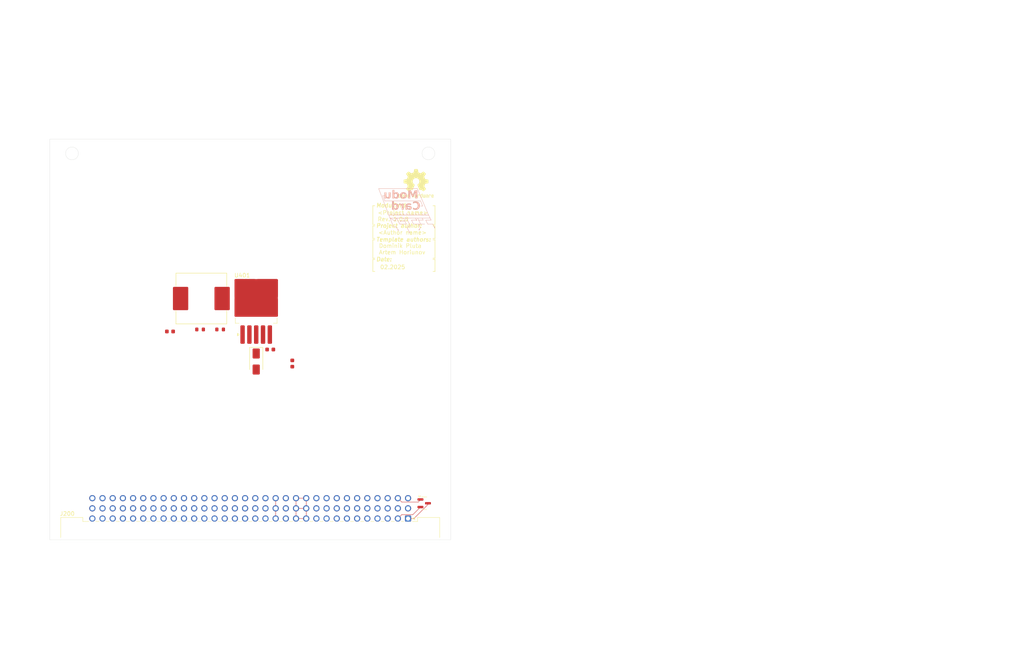
<source format=kicad_pcb>
(kicad_pcb (version 20240108) (generator "pcbnew") (generator_version "8.0")
  (title_block (title "ModuCard base module") (date "2025-02-18") (rev "1.0.0") (company "KoNaR") (comment 1 "Base project author: Dominik Pluta") (comment 2 "Project author: <author>"))
  (layers (0 "F.Cu" signal) (31 "B.Cu" signal) (34 "B.Paste" user) (35 "F.Paste" user) (36 "B.SilkS" user "B.Silkscreen") (37 "F.SilkS" user "F.Silkscreen") (38 "B.Mask" user) (39 "F.Mask" user) (44 "Edge.Cuts" user))
  (property "SHEETTOTAL" "5")
  (net 0 "")
  (net 1 "GND")
  (net 2 "/Backplane/GPIOC0")
  (net 3 "/Backplane/BACKPLANE.D+")
  (net 4 "/Backplane/BACKPLANE.D-")
  (net 5 "+12V")
  (net 6 "/Backplane/GPIOL5")
  (net 7 "/Backplane/CAN1.+")
  (net 8 "/Backplane/CAN2.-")
  (net 9 "/Backplane/GPIOL3")
  (net 10 "/Backplane/CAN2.+")
  (net 11 "/Backplane/GPIOL6")
  (net 12 "/Backplane/GPIOR8")
  (net 13 "/Backplane/GPIOL2")
  (net 14 "/Backplane/GPIOR0")
  (net 15 "/Backplane/GPIOR3")
  (net 16 "/Backplane/GPIOR15")
  (net 17 "/Backplane/GPIOL10")
  (net 18 "/Backplane/GPIOL12")
  (net 19 "/Backplane/GPIOC9")
  (net 20 "/Backplane/GPIOR5")
  (net 21 "/Backplane/GPIOR2")
  (net 22 "/Backplane/CAN1.-")
  (net 23 "/Backplane/GPIOL9")
  (net 24 "/Backplane/GPIOL0")
  (net 25 "/Backplane/GPIOL14")
  (net 26 "/Backplane/GPIOL11")
  (net 27 "/Backplane/GPIOC4")
  (net 28 "/Backplane/GPIOL8")
  (net 29 "/Backplane/GPIOC11")
  (net 30 "/Backplane/GPIOR6")
  (net 31 "/Backplane/GPIOR1")
  (net 32 "/Backplane/GPIOR11")
  (net 33 "/Backplane/GPIOL15")
  (net 34 "/Backplane/GPIOR4")
  (net 35 "/Backplane/GPIOL13")
  (net 36 "/Backplane/GPIOC6")
  (net 37 "/Backplane/GPIOC10")
  (net 38 "/Backplane/GPIOL7")
  (net 39 "/Backplane/GPIOR9")
  (net 40 "/Backplane/GPIOC15")
  (net 41 "/Backplane/GPIOR10")
  (net 42 "/Backplane/GPIOC3")
  (net 43 "+24V")
  (net 44 "/Backplane/GPIOC2")
  (net 45 "/Backplane/GPIOR12")
  (net 46 "/Backplane/GPIOL4")
  (net 47 "/Backplane/GPIOC7")
  (net 48 "/Backplane/GPIOC12")
  (net 49 "/Backplane/GPIOC8")
  (net 50 "/Backplane/GPIOC14")
  (net 51 "/Backplane/GPIOC1")
  (net 52 "/Backplane/GPIOC13")
  (net 53 "/Backplane/GPIOL1")
  (net 54 "/Backplane/GPIOR7")
  (net 55 "/Backplane/GPIOC5")
  (net 56 "/Backplane/GPIOR13")
  (net 57 "/Backplane/GPIOR14")
  (net 58 "+5V_STDBY")
  (net 59 "Net-(U401-VC)")
  (net 60 "Net-(U401-VIN)")
  (net 61 "Net-(U401-SW)")
  (net 62 "Feedback")
  (footprint "PCM_JLCPCB:D_SMA" (layer "F.Cu") (at 90.87 106.785001 -90)
    (property "Reference" "D403" (hide yes))
    (property "Value" "SS54")
    (pad "1" smd roundrect (at -2 0 270) (size 2.5 1.8) (layers "F.Cu" "F.Paste" "F.Mask") (roundrect_rratio 0.1388888889) (net 61 "Net-(U401-SW)"))
    (pad "2" smd roundrect (at 2 0 270) (size 2.5 1.8) (layers "F.Cu" "F.Paste" "F.Mask") (roundrect_rratio 0.1388888889) (net 1 "GND"))
  )
  (footprint "PCM_JLCPCB:C_0603" (layer "F.Cu") (at 99.87 107.285001 -90)
    (property "Reference" "C419" (hide yes))
    (property "Value" "10nF")
    (pad "1" smd roundrect (at -0.78 0 270) (size 0.9 0.95) (layers "F.Cu" "F.Paste" "F.Mask") (net 60 "Net-(U401-VIN)"))
    (pad "2" smd roundrect (at 0.78 0 270) (size 0.9 0.95) (layers "F.Cu" "F.Paste" "F.Mask") (net 1 "GND"))
  )
  (footprint "PCM_JLCPCB:C_0603" (layer "F.Cu") (at 69.37 99.285001 180)
    (property "Reference" "C417" (hide yes))
    (property "Value" "10nF")
    (pad "1" smd roundrect (at -0.78 0 180) (size 0.9 0.95) (layers "F.Cu" "F.Paste" "F.Mask") (net 58 "+5V_STDBY"))
    (pad "2" smd roundrect (at 0.78 0 180) (size 0.9 0.95) (layers "F.Cu" "F.Paste" "F.Mask") (net 1 "GND"))
  )
  (footprint "Package_TO_SOT_SMD:SOT-23" (layer "F.Cu") (at 132.77 142.162501)
    (property "Reference" "U200" (hide yes))
    (property "Value" "PESD5V0S2BT")
    (pad "1" smd roundrect (at -0.9375 -0.95) (size 1.475 0.6) (layers "F.Cu" "F.Paste" "F.Mask") (net 4 "/Backplane/BACKPLANE.D-"))
    (pad "2" smd roundrect (at -0.9375 0.95) (size 1.475 0.6) (layers "F.Cu" "F.Paste" "F.Mask") (net 3 "/Backplane/BACKPLANE.D+"))
    (pad "3" smd roundrect (at 0.9375 0) (size 1.475 0.6) (layers "F.Cu" "F.Paste" "F.Mask") (net 1 "GND"))
  )
  (footprint "Package_TO_SOT_SMD:TO-263-5_TabPin3" (layer "F.Cu") (at 90.87 92.410001 90)
    (property "Reference" "U401" (at 7.125 -3.5 0) (layer "F.SilkS"))
    (property "Value" "XL4015")
    (pad "1" smd roundrect (at -7.65 -3.4 90) (size 4.6 1.1) (layers "F.Cu" "F.Paste" "F.Mask") (roundrect_rratio 0.227273) (net 1 "GND"))
    (pad "2" smd roundrect (at -7.65 -1.7 90) (size 4.6 1.1) (layers "F.Cu" "F.Paste" "F.Mask") (roundrect_rratio 0.227273) (net 62 "Feedback"))
    (pad "3" smd roundrect (at -7.65 0 90) (size 4.6 1.1) (layers "F.Cu" "F.Paste" "F.Mask") (roundrect_rratio 0.227273) (net 61 "Net-(U401-SW)"))
    (pad "3" smd roundrect (at -0.925 -2.775 90) (size 4.55 5.25) (layers "F.Cu" "F.Paste") (roundrect_rratio 0.054945) (net 61 "Net-(U401-SW)"))
    (pad "3" smd roundrect (at -0.925 2.775 90) (size 4.55 5.25) (layers "F.Cu" "F.Paste") (roundrect_rratio 0.054945) (net 61 "Net-(U401-SW)"))
    (pad "3" smd roundrect (at 1.5 0 90) (size 9.4 10.8) (layers "F.Cu" "F.Mask") (roundrect_rratio 0.026596) (net 61 "Net-(U401-SW)"))
    (pad "3" smd roundrect (at 3.925 -2.775 90) (size 4.55 5.25) (layers "F.Cu" "F.Paste") (roundrect_rratio 0.054945) (net 61 "Net-(U401-SW)"))
    (pad "3" smd roundrect (at 3.925 2.775 90) (size 4.55 5.25) (layers "F.Cu" "F.Paste") (roundrect_rratio 0.054945) (net 61 "Net-(U401-SW)"))
    (pad "4" smd roundrect (at -7.65 1.7 90) (size 4.6 1.1) (layers "F.Cu" "F.Paste" "F.Mask") (roundrect_rratio 0.227273) (net 59 "Net-(U401-VC)"))
    (pad "5" smd roundrect (at -7.65 3.4 90) (size 4.6 1.1) (layers "F.Cu" "F.Paste" "F.Mask") (roundrect_rratio 0.227273) (net 60 "Net-(U401-VIN)"))
  )
  (footprint "Symbol:OSHW-Logo2_9.8x8mm_SilkScreen" (layer "F.Cu") (at 130.73 62.465001)
    (property "Reference" "REF**" (hide yes))
    (property "Value" "OSHW-Logo2_9.8x8mm_SilkScreen" (hide yes))
  )
  (footprint "PCM_JLCPCB:C_0603" (layer "F.Cu") (at 94.37 103.785001 180)
    (property "Reference" "C418" (hide yes))
    (property "Value" "10nF")
    (pad "1" smd roundrect (at -0.78 0 180) (size 0.9 0.95) (layers "F.Cu" "F.Paste" "F.Mask") (net 60 "Net-(U401-VIN)"))
    (pad "2" smd roundrect (at 0.78 0 180) (size 0.9 0.95) (layers "F.Cu" "F.Paste" "F.Mask") (net 59 "Net-(U401-VC)"))
  )
  (footprint "Connector_DIN:DIN41612_R_3x32_Female_Horizontal_THT" (layer "F.Cu") (at 128.74 145.975 180)
    (property "Reference" "J200" (at 84.99 1.2 0) (layer "F.SilkS"))
    (property "Value" "09031967921")
    (pad "" np_thru_hole circle (at -5.08 -2.54 180) (size 2.85 2.85) (drill 2.85) (layers "*.Cu" "*.Mask"))
    (pad "" np_thru_hole circle (at 83.82 -2.54 180) (size 2.85 2.85) (drill 2.85) (layers "*.Cu" "*.Mask"))
    (pad "a1" thru_hole roundrect (at 0 0 180) (size 1.55 1.55) (drill 1) (layers "*.Cu" "*.Mask") (roundrect_rratio 0.16129) (net 1 "GND"))
    (pad "a2" thru_hole circle (at 2.54 0 180) (size 1.55 1.55) (drill 1) (layers "*.Cu" "*.Mask") (net 3 "/Backplane/BACKPLANE.D+"))
    (pad "a3" thru_hole circle (at 5.08 0 180) (size 1.55 1.55) (drill 1) (layers "*.Cu" "*.Mask") (net 58 "+5V_STDBY"))
    (pad "a4" thru_hole circle (at 7.62 0 180) (size 1.55 1.55) (drill 1) (layers "*.Cu" "*.Mask") (net 1 "GND"))
    (pad "a5" thru_hole circle (at 10.16 0 180) (size 1.55 1.55) (drill 1) (layers "*.Cu" "*.Mask") (net 7 "/Backplane/CAN1.+"))
    (pad "a6" thru_hole circle (at 12.7 0 180) (size 1.55 1.55) (drill 1) (layers "*.Cu" "*.Mask") (net 22 "/Backplane/CAN1.-"))
    (pad "a7" thru_hole circle (at 15.24 0 180) (size 1.55 1.55) (drill 1) (layers "*.Cu" "*.Mask") (net 1 "GND"))
    (pad "a8" thru_hole circle (at 17.78 0 180) (size 1.55 1.55) (drill 1) (layers "*.Cu" "*.Mask") (net 10 "/Backplane/CAN2.+"))
    (pad "a9" thru_hole circle (at 20.32 0 180) (size 1.55 1.55) (drill 1) (layers "*.Cu" "*.Mask") (net 8 "/Backplane/CAN2.-"))
    (pad "a10" thru_hole circle (at 22.86 0 180) (size 1.55 1.55) (drill 1) (layers "*.Cu" "*.Mask") (net 1 "GND"))
    (pad "a11" thru_hole circle (at 25.4 0 180) (size 1.55 1.55) (drill 1) (layers "*.Cu" "*.Mask") (net 5 "+12V"))
    (pad "a12" thru_hole circle (at 27.94 0 180) (size 1.55 1.55) (drill 1) (layers "*.Cu" "*.Mask") (net 5 "+12V"))
    (pad "a13" thru_hole circle (at 30.48 0 180) (size 1.55 1.55) (drill 1) (layers "*.Cu" "*.Mask") (net 1 "GND"))
    (pad "a14" thru_hole circle (at 33.02 0 180) (size 1.55 1.55) (drill 1) (layers "*.Cu" "*.Mask") (net 43 "+24V"))
    (pad "a15" thru_hole circle (at 35.56 0 180) (size 1.55 1.55) (drill 1) (layers "*.Cu" "*.Mask") (net 1 "GND"))
    (pad "a16" thru_hole circle (at 38.1 0 180) (size 1.55 1.55) (drill 1) (layers "*.Cu" "*.Mask") (net 24 "/Backplane/GPIOL0"))
    (pad "a17" thru_hole circle (at 40.64 0 180) (size 1.55 1.55) (drill 1) (layers "*.Cu" "*.Mask") (net 53 "/Backplane/GPIOL1"))
    (pad "a18" thru_hole circle (at 43.18 0 180) (size 1.55 1.55) (drill 1) (layers "*.Cu" "*.Mask") (net 13 "/Backplane/GPIOL2"))
    (pad "a19" thru_hole circle (at 45.72 0 180) (size 1.55 1.55) (drill 1) (layers "*.Cu" "*.Mask") (net 9 "/Backplane/GPIOL3"))
    (pad "a20" thru_hole circle (at 48.26 0 180) (size 1.55 1.55) (drill 1) (layers "*.Cu" "*.Mask") (net 46 "/Backplane/GPIOL4"))
    (pad "a21" thru_hole circle (at 50.8 0 180) (size 1.55 1.55) (drill 1) (layers "*.Cu" "*.Mask") (net 6 "/Backplane/GPIOL5"))
    (pad "a22" thru_hole circle (at 53.34 0 180) (size 1.55 1.55) (drill 1) (layers "*.Cu" "*.Mask") (net 11 "/Backplane/GPIOL6"))
    (pad "a23" thru_hole circle (at 55.88 0 180) (size 1.55 1.55) (drill 1) (layers "*.Cu" "*.Mask") (net 38 "/Backplane/GPIOL7"))
    (pad "a24" thru_hole circle (at 58.42 0 180) (size 1.55 1.55) (drill 1) (layers "*.Cu" "*.Mask") (net 28 "/Backplane/GPIOL8"))
    (pad "a25" thru_hole circle (at 60.96 0 180) (size 1.55 1.55) (drill 1) (layers "*.Cu" "*.Mask") (net 23 "/Backplane/GPIOL9"))
    (pad "a26" thru_hole circle (at 63.5 0 180) (size 1.55 1.55) (drill 1) (layers "*.Cu" "*.Mask") (net 17 "/Backplane/GPIOL10"))
    (pad "a27" thru_hole circle (at 66.04 0 180) (size 1.55 1.55) (drill 1) (layers "*.Cu" "*.Mask") (net 26 "/Backplane/GPIOL11"))
    (pad "a28" thru_hole circle (at 68.58 0 180) (size 1.55 1.55) (drill 1) (layers "*.Cu" "*.Mask") (net 18 "/Backplane/GPIOL12"))
    (pad "a29" thru_hole circle (at 71.12 0 180) (size 1.55 1.55) (drill 1) (layers "*.Cu" "*.Mask") (net 35 "/Backplane/GPIOL13"))
    (pad "a30" thru_hole circle (at 73.66 0 180) (size 1.55 1.55) (drill 1) (layers "*.Cu" "*.Mask") (net 25 "/Backplane/GPIOL14"))
    (pad "a31" thru_hole circle (at 76.2 0 180) (size 1.55 1.55) (drill 1) (layers "*.Cu" "*.Mask") (net 33 "/Backplane/GPIOL15"))
    (pad "a32" thru_hole circle (at 78.74 0 180) (size 1.55 1.55) (drill 1) (layers "*.Cu" "*.Mask") (net 1 "GND"))
    (pad "b1" thru_hole circle (at 0 2.54 180) (size 1.55 1.55) (drill 1) (layers "*.Cu" "*.Mask") (net 1 "GND"))
    (pad "b2" thru_hole circle (at 2.54 2.54 180) (size 1.55 1.55) (drill 1) (layers "*.Cu" "*.Mask") (net 1 "GND"))
    (pad "b3" thru_hole circle (at 5.08 2.54 180) (size 1.55 1.55) (drill 1) (layers "*.Cu" "*.Mask") (net 58 "+5V_STDBY"))
    (pad "b4" thru_hole circle (at 7.62 2.54 180) (size 1.55 1.55) (drill 1) (layers "*.Cu" "*.Mask") (net 1 "GND"))
    (pad "b5" thru_hole circle (at 10.16 2.54 180) (size 1.55 1.55) (drill 1) (layers "*.Cu" "*.Mask") (net 7 "/Backplane/CAN1.+"))
    (pad "b6" thru_hole circle (at 12.7 2.54 180) (size 1.55 1.55) (drill 1) (layers "*.Cu" "*.Mask") (net 22 "/Backplane/CAN1.-"))
    (pad "b7" thru_hole circle (at 15.24 2.54 180) (size 1.55 1.55) (drill 1) (layers "*.Cu" "*.Mask") (net 1 "GND"))
    (pad "b8" thru_hole circle (at 17.78 2.54 180) (size 1.55 1.55) (drill 1) (layers "*.Cu" "*.Mask") (net 10 "/Backplane/CAN2.+"))
    (pad "b9" thru_hole circle (at 20.32 2.54 180) (size 1.55 1.55) (drill 1) (layers "*.Cu" "*.Mask") (net 8 "/Backplane/CAN2.-"))
    (pad "b10" thru_hole circle (at 22.86 2.54 180) (size 1.55 1.55) (drill 1) (layers "*.Cu" "*.Mask") (net 1 "GND"))
    (pad "b11" thru_hole circle (at 25.4 2.54 180) (size 1.55 1.55) (drill 1) (layers "*.Cu" "*.Mask") (net 5 "+12V"))
    (pad "b12" thru_hole circle (at 27.94 2.54 180) (size 1.55 1.55) (drill 1) (layers "*.Cu" "*.Mask") (net 5 "+12V"))
    (pad "b13" thru_hole circle (at 30.48 2.54 180) (size 1.55 1.55) (drill 1) (layers "*.Cu" "*.Mask") (net 1 "GND"))
    (pad "b14" thru_hole circle (at 33.02 2.54 180) (size 1.55 1.55) (drill 1) (layers "*.Cu" "*.Mask") (net 43 "+24V"))
    (pad "b15" thru_hole circle (at 35.56 2.54 180) (size 1.55 1.55) (drill 1) (layers "*.Cu" "*.Mask") (net 1 "GND"))
    (pad "b16" thru_hole circle (at 38.1 2.54 180) (size 1.55 1.55) (drill 1) (layers "*.Cu" "*.Mask") (net 2 "/Backplane/GPIOC0"))
    (pad "b17" thru_hole circle (at 40.64 2.54 180) (size 1.55 1.55) (drill 1) (layers "*.Cu" "*.Mask") (net 51 "/Backplane/GPIOC1"))
    (pad "b18" thru_hole circle (at 43.18 2.54 180) (size 1.55 1.55) (drill 1) (layers "*.Cu" "*.Mask") (net 44 "/Backplane/GPIOC2"))
    (pad "b19" thru_hole circle (at 45.72 2.54 180) (size 1.55 1.55) (drill 1) (layers "*.Cu" "*.Mask") (net 42 "/Backplane/GPIOC3"))
    (pad "b20" thru_hole circle (at 48.26 2.54 180) (size 1.55 1.55) (drill 1) (layers "*.Cu" "*.Mask") (net 27 "/Backplane/GPIOC4"))
    (pad "b21" thru_hole circle (at 50.8 2.54 180) (size 1.55 1.55) (drill 1) (layers "*.Cu" "*.Mask") (net 55 "/Backplane/GPIOC5"))
    (pad "b22" thru_hole circle (at 53.34 2.54 180) (size 1.55 1.55) (drill 1) (layers "*.Cu" "*.Mask") (net 36 "/Backplane/GPIOC6"))
    (pad "b23" thru_hole circle (at 55.88 2.54 180) (size 1.55 1.55) (drill 1) (layers "*.Cu" "*.Mask") (net 47 "/Backplane/GPIOC7"))
    (pad "b24" thru_hole circle (at 58.42 2.54 180) (size 1.55 1.55) (drill 1) (layers "*.Cu" "*.Mask") (net 49 "/Backplane/GPIOC8"))
    (pad "b25" thru_hole circle (at 60.96 2.54 180) (size 1.55 1.55) (drill 1) (layers "*.Cu" "*.Mask") (net 19 "/Backplane/GPIOC9"))
    (pad "b26" thru_hole circle (at 63.5 2.54 180) (size 1.55 1.55) (drill 1) (layers "*.Cu" "*.Mask") (net 37 "/Backplane/GPIOC10"))
    (pad "b27" thru_hole circle (at 66.04 2.54 180) (size 1.55 1.55) (drill 1) (layers "*.Cu" "*.Mask") (net 29 "/Backplane/GPIOC11"))
    (pad "b28" thru_hole circle (at 68.58 2.54 180) (size 1.55 1.55) (drill 1) (layers "*.Cu" "*.Mask") (net 48 "/Backplane/GPIOC12"))
    (pad "b29" thru_hole circle (at 71.12 2.54 180) (size 1.55 1.55) (drill 1) (layers "*.Cu" "*.Mask") (net 52 "/Backplane/GPIOC13"))
    (pad "b30" thru_hole circle (at 73.66 2.54 180) (size 1.55 1.55) (drill 1) (layers "*.Cu" "*.Mask") (net 50 "/Backplane/GPIOC14"))
    (pad "b31" thru_hole circle (at 76.2 2.54 180) (size 1.55 1.55) (drill 1) (layers "*.Cu" "*.Mask") (net 40 "/Backplane/GPIOC15"))
    (pad "b32" thru_hole circle (at 78.74 2.54 180) (size 1.55 1.55) (drill 1) (layers "*.Cu" "*.Mask") (net 1 "GND"))
    (pad "c1" thru_hole circle (at 0 5.08 180) (size 1.55 1.55) (drill 1) (layers "*.Cu" "*.Mask") (net 1 "GND"))
    (pad "c2" thru_hole circle (at 2.54 5.08 180) (size 1.55 1.55) (drill 1) (layers "*.Cu" "*.Mask") (net 4 "/Backplane/BACKPLANE.D-"))
    (pad "c3" thru_hole circle (at 5.08 5.08 180) (size 1.55 1.55) (drill 1) (layers "*.Cu" "*.Mask") (net 58 "+5V_STDBY"))
    (pad "c4" thru_hole circle (at 7.62 5.08 180) (size 1.55 1.55) (drill 1) (layers "*.Cu" "*.Mask") (net 1 "GND"))
    (pad "c5" thru_hole circle (at 10.16 5.08 180) (size 1.55 1.55) (drill 1) (layers "*.Cu" "*.Mask") (net 7 "/Backplane/CAN1.+"))
    (pad "c6" thru_hole circle (at 12.7 5.08 180) (size 1.55 1.55) (drill 1) (layers "*.Cu" "*.Mask") (net 22 "/Backplane/CAN1.-"))
    (pad "c7" thru_hole circle (at 15.24 5.08 180) (size 1.55 1.55) (drill 1) (layers "*.Cu" "*.Mask") (net 1 "GND"))
    (pad "c8" thru_hole circle (at 17.78 5.08 180) (size 1.55 1.55) (drill 1) (layers "*.Cu" "*.Mask") (net 10 "/Backplane/CAN2.+"))
    (pad "c9" thru_hole circle (at 20.32 5.08 180) (size 1.55 1.55) (drill 1) (layers "*.Cu" "*.Mask") (net 8 "/Backplane/CAN2.-"))
    (pad "c10" thru_hole circle (at 22.86 5.08 180) (size 1.55 1.55) (drill 1) (layers "*.Cu" "*.Mask") (net 1 "GND"))
    (pad "c11" thru_hole circle (at 25.4 5.08 180) (size 1.55 1.55) (drill 1) (layers "*.Cu" "*.Mask") (net 5 "+12V"))
    (pad "c12" thru_hole circle (at 27.94 5.08 180) (size 1.55 1.55) (drill 1) (layers "*.Cu" "*.Mask") (net 5 "+12V"))
    (pad "c13" thru_hole circle (at 30.48 5.08 180) (size 1.55 1.55) (drill 1) (layers "*.Cu" "*.Mask") (net 1 "GND"))
    (pad "c14" thru_hole circle (at 33.02 5.08 180) (size 1.55 1.55) (drill 1) (layers "*.Cu" "*.Mask") (net 43 "+24V"))
    (pad "c15" thru_hole circle (at 35.56 5.08 180) (size 1.55 1.55) (drill 1) (layers "*.Cu" "*.Mask") (net 1 "GND"))
    (pad "c16" thru_hole circle (at 38.1 5.08 180) (size 1.55 1.55) (drill 1) (layers "*.Cu" "*.Mask") (net 14 "/Backplane/GPIOR0"))
    (pad "c17" thru_hole circle (at 40.64 5.08 180) (size 1.55 1.55) (drill 1) (layers "*.Cu" "*.Mask") (net 31 "/Backplane/GPIOR1"))
    (pad "c18" thru_hole circle (at 43.18 5.08 180) (size 1.55 1.55) (drill 1) (layers "*.Cu" "*.Mask") (net 21 "/Backplane/GPIOR2"))
    (pad "c19" thru_hole circle (at 45.72 5.08 180) (size 1.55 1.55) (drill 1) (layers "*.Cu" "*.Mask") (net 15 "/Backplane/GPIOR3"))
    (pad "c20" thru_hole circle (at 48.26 5.08 180) (size 1.55 1.55) (drill 1) (layers "*.Cu" "*.Mask") (net 34 "/Backplane/GPIOR4"))
    (pad "c21" thru_hole circle (at 50.8 5.08 180) (size 1.55 1.55) (drill 1) (layers "*.Cu" "*.Mask") (net 20 "/Backplane/GPIOR5"))
    (pad "c22" thru_hole circle (at 53.34 5.08 180) (size 1.55 1.55) (drill 1) (layers "*.Cu" "*.Mask") (net 30 "/Backplane/GPIOR6"))
    (pad "c23" thru_hole circle (at 55.88 5.08 180) (size 1.55 1.55) (drill 1) (layers "*.Cu" "*.Mask") (net 54 "/Backplane/GPIOR7"))
    (pad "c24" thru_hole circle (at 58.42 5.08 180) (size 1.55 1.55) (drill 1) (layers "*.Cu" "*.Mask") (net 12 "/Backplane/GPIOR8"))
    (pad "c25" thru_hole circle (at 60.96 5.08 180) (size 1.55 1.55) (drill 1) (layers "*.Cu" "*.Mask") (net 39 "/Backplane/GPIOR9"))
    (pad "c26" thru_hole circle (at 63.5 5.08 180) (size 1.55 1.55) (drill 1) (layers "*.Cu" "*.Mask") (net 41 "/Backplane/GPIOR10"))
    (pad "c27" thru_hole circle (at 66.04 5.08 180) (size 1.55 1.55) (drill 1) (layers "*.Cu" "*.Mask") (net 32 "/Backplane/GPIOR11"))
    (pad "c28" thru_hole circle (at 68.58 5.08 180) (size 1.55 1.55) (drill 1) (layers "*.Cu" "*.Mask") (net 45 "/Backplane/GPIOR12"))
    (pad "c29" thru_hole circle (at 71.12 5.08 180) (size 1.55 1.55) (drill 1) (layers "*.Cu" "*.Mask") (net 56 "/Backplane/GPIOR13"))
    (pad "c30" thru_hole circle (at 73.66 5.08 180) (size 1.55 1.55) (drill 1) (layers "*.Cu" "*.Mask") (net 57 "/Backplane/GPIOR14"))
    (pad "c31" thru_hole circle (at 76.2 5.08 180) (size 1.55 1.55) (drill 1) (layers "*.Cu" "*.Mask") (net 16 "/Backplane/GPIOR15"))
    (pad "c32" thru_hole circle (at 78.74 5.08 180) (size 1.55 1.55) (drill 1) (layers "*.Cu" "*.Mask") (net 1 "GND"))
  )
  (footprint "PCM_JLCPCB:L_SMD,12.5x12.5mm" (layer "F.Cu") (at 77.19 91.060001)
    (property "Reference" "L400" (hide yes))
    (property "Value" "22uH,4.95A")
    (pad "1" smd roundrect (at 5.18 0) (size 3.82 5.82) (layers "F.Cu" "F.Paste" "F.Mask") (roundrect_rratio 0.06544502618) (net 61 "Net-(U401-SW)"))
    (pad "2" smd roundrect (at -5.18 0) (size 3.82 5.82) (layers "F.Cu" "F.Paste" "F.Mask") (roundrect_rratio 0.06544502618) (net 58 "+5V_STDBY"))
  )
  (footprint "PCM_JLCPCB:R_0603" (layer "F.Cu") (at 81.87 98.785001)
    (property "Reference" "R414" (hide yes))
    (property "Value" "3.3kΩ")
    (pad "1" smd roundrect (at -0.82 0) (size 0.8 0.95) (layers "F.Cu" "F.Paste" "F.Mask") (net 62 "Feedback"))
    (pad "2" smd roundrect (at 0.82 0) (size 0.8 0.95) (layers "F.Cu" "F.Paste" "F.Mask") (net 1 "GND"))
  )
  (footprint "PCM_JLCPCB:R_0603" (layer "F.Cu") (at 76.87 98.785001)
    (property "Reference" "R413" (hide yes))
    (property "Value" "10kΩ")
    (pad "1" smd roundrect (at -0.82 0) (size 0.8 0.95) (layers "F.Cu" "F.Paste" "F.Mask") (net 58 "+5V_STDBY"))
    (pad "2" smd roundrect (at 0.82 0) (size 0.8 0.95) (layers "F.Cu" "F.Paste" "F.Mask") (net 62 "Feedback"))
  )
  (gr_line (start 130.867917 71.486759) (end 129.597917 71.486759) (stroke (width 0.1)) (layer "B.SilkS"))
  (gr_circle (center 131.532298 73.879403) (end 131.438727 73.879403) (stroke (width 0.1)) (fill none) (layer "B.SilkS"))
  (gr_line (start 125.914917 70.978759) (end 125.533917 71.740759) (stroke (width 0.1)) (layer "B.SilkS"))
  (gr_line (start 124.263917 70.998858) (end 125.024637 72.98861) (stroke (width 0.1)) (layer "B.SilkS"))
  (gr_line (start 121.418 63.641001) (end 123.958 70.245001) (stroke (width 0.1)) (layer "B.SilkS"))
  (gr_line (start 130.613917 70.978759) (end 130.867917 71.486759) (stroke (width 0.1)) (layer "B.SilkS"))
  (gr_line (start 127.565917 70.978759) (end 128.327917 72.502759) (stroke (width 0.1)) (layer "B.SilkS"))
  (gr_line (start 130.105917 72.502759) (end 131.375917 72.502759) (stroke (width 0.1)) (layer "B.SilkS"))
  (gr_line (start 134.496783 71.493869) (end 133.153917 71.486759) (stroke (width 0.1)) (layer "B.SilkS"))
  (gr_line (start 133.662585 72.504168) (end 134.934379 72.502118) (stroke (width 0.1)) (layer "B.SilkS"))
  (gr_line (start 134.231527 70.978883) (end 134.496783 71.493869) (stroke (width 0.1)) (layer "B.SilkS"))
  (gr_circle (center 130.867917 71.486759) (end 130.807369 71.415418) (stroke (width 0.1)) (fill none) (layer "B.SilkS"))
  (gr_line (start 127.946917 71.740759) (end 126.83063 71.740759) (stroke (width 0.1)) (layer "B.SilkS"))
  (gr_line (start 124.254628 70.980282) (end 134.231527 70.978883) (stroke (width 0.1)) (layer "B.SilkS"))
  (gr_circle (center 135.348808 73.357689) (end 135.255237 73.357689) (stroke (width 0.1)) (fill none) (layer "B.SilkS"))
  (gr_line (start 128.327917 70.978759) (end 129.089917 72.502759) (stroke (width 0.1)) (layer "B.SilkS"))
  (gr_line (start 123.0055 66.689001) (end 131.324 66.689001) (stroke (width 0.1)) (layer "B.SilkS"))
  (gr_line (start 129.038 70.245001) (end 130.308 70.245001) (stroke (width 0.1)) (layer "B.SilkS"))
  (gr_line (start 133.153917 71.486759) (end 133.662585 72.504168) (stroke (width 0.1)) (layer "B.SilkS"))
  (gr_line (start 131.790346 73.35833) (end 131.375917 72.502759) (stroke (width 0.1)) (layer "B.SilkS"))
  (gr_line (start 129.292 70.245001) (end 129.038 69.737001) (stroke (width 0.1)) (layer "B.SilkS"))
  (gr_line (start 132.34 70.245001) (end 131.959 70.245001) (stroke (width 0.1)) (layer "B.SilkS"))
  (gr_line (start 128.835917 73.010759) (end 128.581917 73.518759) (stroke (width 0.1)) (layer "B.SilkS"))
  (gr_line (start 132.380869 67.965051) (end 131.885778 67.962852) (stroke (width 0.1)) (layer "B.SilkS"))
  (gr_line (start 133.102 70.245001) (end 132.848 69.737001) (stroke (width 0.1)) (layer "B.SilkS"))
  (gr_line (start 127.768 70.245001) (end 127.514 69.737001) (stroke (width 0.1)) (layer "B.SilkS"))
  (gr_line (start 131.578 70.245001) (end 131.324 69.737001) (stroke (width 0.1)) (layer "B.SilkS"))
  (gr_line (start 131.883917 72.502759) (end 132.899917 72.502759) (stroke (width 0.1)) (layer "B.SilkS"))
  (gr_line (start 132.34 70.245001) (end 133.61 70.245001) (stroke (width 0.1)) (layer "B.SilkS"))
  (gr_line (start 135.348808 73.357689) (end 134.934379 72.502118) (stroke (width 0.1)) (layer "B.SilkS"))
  (gr_line (start 128.327917 72.502759) (end 126.676917 72.502759) (stroke (width 0.1)) (layer "B.SilkS"))
  (gr_line (start 131.786298 73.371403) (end 131.532298 73.879403) (stroke (width 0.1)) (layer "B.SilkS"))
  (gr_line (start 124.72 70.245001) (end 124.466 69.737001) (stroke (width 0.1)) (layer "B.SilkS"))
  (gr_line (start 133.864 70.245001) (end 134.231527 70.978883) (stroke (width 0.1)) (layer "B.SilkS"))
  (gr_line (start 122.422413 65.407414) (end 122.917504 65.409613) (stroke (width 0.1)) (layer "B.SilkS"))
  (gr_line (start 125.482 70.245001) (end 125.228 69.737001) (stroke (width 0.1)) (layer "B.SilkS"))
  (gr_line (start 125.024637 72.98861) (end 125.786637 73.24261) (stroke (width 0.1)) (layer "B.SilkS"))
  (gr_line (start 124.254628 70.980282) (end 123.958 70.245001) (stroke (width 0.1)) (layer "B.SilkS"))
  (gr_line (start 127.26 70.245001) (end 125.99 70.245001) (stroke (width 0.1)) (layer "B.SilkS"))
  (gr_line (start 132.518917 71.486759) (end 131.375917 71.486759) (stroke (width 0.1)) (layer "B.SilkS"))
  (gr_line (start 130.816 70.245001) (end 130.562 69.737001) (stroke (width 0.1)) (layer "B.SilkS"))
  (gr_line (start 125.533917 71.740759) (end 124.263917 70.998858) (stroke (width 0.1)) (layer "B.SilkS"))
  (gr_line (start 128.784 70.245001) (end 127.26 70.245001) (stroke (width 0.1)) (layer "B.SilkS"))
  (gr_circle (center 129.089917 74.534759) (end 128.996346 74.534759) (stroke (width 0.1)) (fill none) (layer "B.SilkS"))
  (gr_circle (center 126.294637 74.00461) (end 126.201066 74.00461) (stroke (width 0.1)) (fill none) (layer "B.SilkS"))
  (gr_line (start 132.34 70.245001) (end 132.086 69.737001) (stroke (width 0.1)) (layer "B.SilkS"))
  (gr_line (start 132.264917 70.978759) (end 132.518917 71.486759) (stroke (width 0.1)) (layer "B.SilkS"))
  (gr_line (start 129.597917 71.486759) (end 130.104123 72.504809) (stroke (width 0.1)) (layer "B.SilkS"))
  (gr_line (start 130.054 70.245001) (end 129.8 69.737001) (stroke (width 0.1)) (layer "B.SilkS"))
  (gr_line (start 129.089917 72.502759) (end 129.343917 73.010759) (stroke (width 0.1)) (layer "B.SilkS"))
  (gr_line (start 133.864 70.245001) (end 131.07 63.641001) (stroke (width 0.1)) (layer "B.SilkS"))
  (gr_line (start 129.038 70.245001) (end 128.784 70.245001) (stroke (width 0.1)) (layer "B.SilkS"))
  (gr_line (start 129.343917 73.010759) (end 128.835917 73.010759) (stroke (width 0.1)) (layer "B.SilkS"))
  (gr_circle (center 126.83063 71.740759) (end 126.737059 71.740759) (stroke (width 0.1)) (fill none) (layer "B.SilkS"))
  (gr_line (start 128.581917 73.518759) (end 129.089917 74.534759) (stroke (width 0.1)) (layer "B.SilkS"))
  (gr_line (start 128.53 70.245001) (end 128.276 69.737001) (stroke (width 0.1)) (layer "B.SilkS"))
  (gr_line (start 126.244 70.245001) (end 125.99 69.737001) (stroke (width 0.1)) (layer "B.SilkS"))
  (gr_line (start 127.006 70.245001) (end 126.752 69.737001) (stroke (width 0.1)) (layer "B.SilkS"))
  (gr_line (start 131.375917 72.502759) (end 131.883917 72.502759) (stroke (width 0.1)) (layer "B.SilkS"))
  (gr_line (start 131.375917 71.486759) (end 131.882123 72.504809) (stroke (width 0.1)) (layer "B.SilkS"))
  (gr_line (start 125.786637 73.24261) (end 126.294637 74.00461) (stroke (width 0.1)) (layer "B.SilkS"))
  (gr_line (start 131.07 63.641001) (end 121.418 63.641001) (stroke (width 0.1)) (layer "B.SilkS"))
  (gr_line (start 122.422413 65.407414) (end 122.942 66.689001) (stroke (width 0.1)) (layer "B.SilkS"))
  (gr_line (start 131.121917 70.978759) (end 131.375917 71.486759) (stroke (width 0.1)) (layer "B.SilkS"))
  (gr_line (start 132.380869 67.965051) (end 131.861282 66.683464) (stroke (width 0.1)) (layer "B.SilkS"))
  (gr_line (start 125.914917 70.978759) (end 126.676917 72.502759) (stroke (width 0.1)) (layer "B.SilkS"))
  (gr_line (start 131.324 66.689001) (end 131.861282 66.683464) (stroke (width 0.1)) (layer "B.SilkS"))
  (gr_line (start 123.958 70.245001) (end 133.864 70.245001) (stroke (width 0.1)) (layer "B.SilkS"))
  (gr_line (start 135.46 76.075001) (end 134.96 76.075001) (stroke (width 0.15)) (layer "F.SilkS"))
  (gr_line (start 135.46 72.595001) (end 134.96 72.595001) (stroke (width 0.15)) (layer "F.SilkS"))
  (gr_line (start 135.46 67.895001) (end 135.46 72.595001) (stroke (width 0.15)) (layer "F.SilkS"))
  (gr_line (start 134.96 81.305001) (end 135.46 81.305001) (stroke (width 0.15)) (layer "F.SilkS"))
  (gr_line (start 120.46 76.405001) (end 119.96 76.405001) (stroke (width 0.15)) (layer "F.SilkS"))
  (gr_line (start 119.96 72.595001) (end 120.46 72.595001) (stroke (width 0.15)) (layer "F.SilkS"))
  (gr_line (start 119.96 76.075001) (end 120.46 76.075001) (stroke (width 0.15)) (layer "F.SilkS"))
  (gr_line (start 134.96 76.405001) (end 135.46 76.405001) (stroke (width 0.15)) (layer "F.SilkS"))
  (gr_line (start 135.46 76.405001) (end 135.46 81.005001) (stroke (width 0.15)) (layer "F.SilkS"))
  (gr_line (start 135.46 84.305001) (end 134.96 84.305001) (stroke (width 0.15)) (layer "F.SilkS"))
  (gr_line (start 135.46 81.005001) (end 134.96 81.005001) (stroke (width 0.15)) (layer "F.SilkS"))
  (gr_line (start 119.96 67.895001) (end 119.96 72.595001) (stroke (width 0.15)) (layer "F.SilkS"))
  (gr_line (start 119.96 81.005001) (end 120.46 81.005001) (stroke (width 0.15)) (layer "F.SilkS"))
  (gr_line (start 119.96 84.305001) (end 120.46 84.305001) (stroke (width 0.15)) (layer "F.SilkS"))
  (gr_line (start 119.96 81.305001) (end 119.96 84.305001) (stroke (width 0.15)) (layer "F.SilkS"))
  (gr_line (start 120.46 67.895001) (end 119.96 67.895001) (stroke (width 0.15)) (layer "F.SilkS"))
  (gr_line (start 135.46 72.925001) (end 135.46 76.075001) (stroke (width 0.15)) (layer "F.SilkS"))
  (gr_line (start 119.96 76.405001) (end 119.96 81.005001) (stroke (width 0.15)) (layer "F.SilkS"))
  (gr_line (start 120.46 72.925001) (end 119.96 72.925001) (stroke (width 0.15)) (layer "F.SilkS"))
  (gr_line (start 134.96 67.895001) (end 135.46 67.895001) (stroke (width 0.15)) (layer "F.SilkS"))
  (gr_line (start 134.96 72.925001) (end 135.46 72.925001) (stroke (width 0.15)) (layer "F.SilkS"))
  (gr_line (start 135.46 81.305001) (end 135.46 84.305001) (stroke (width 0.15)) (layer "F.SilkS"))
  (gr_line (start 119.96 72.925001) (end 119.96 76.075001) (stroke (width 0.15)) (layer "F.SilkS"))
  (gr_line (start 120.46 81.305001) (end 119.96 81.305001) (stroke (width 0.15)) (layer "F.SilkS"))
  (gr_circle (center 44.92 54.845001) (end 44.92 53.245001) (stroke (width 0.05)) (fill none) (layer "Edge.Cuts"))
  (gr_circle (center 133.82 54.845001) (end 133.82 53.245001) (stroke (width 0.05)) (fill none) (layer "Edge.Cuts"))
  (gr_rect (start 39.37 51.285001) (end 139.37 151.285001) (stroke (width 0.05)) (fill none) (layer "Edge.Cuts"))
  (gr_text "Card" (at 131.832 69.229001 0) (layer "B.SilkS") (effects (font (size 2 2) (thickness 0.2) (bold yes) (italic yes)) (justify left bottom mirror)))
  (gr_text "Modu" (at 131.324 66.435001 0) (layer "B.SilkS") (effects (font (size 2 2) (thickness 0.2) (bold yes) (italic yes)) (justify left bottom mirror)))
  (gr_text "Template authors:" (at 120.71 76.905001 -0) (layer "F.SilkS") (effects (font (size 1 1) (thickness 0.2) (bold yes) (italic yes)) (justify left bottom)))
  (gr_text "<Project name>\nRev. ${REVISION}" (at 121.1 71.835001 0) (layer "F.SilkS") (effects (font (size 1 1)) (justify left bottom)))
  (gr_text "Date:\n" (at 120.71 81.855001 0) (layer "F.SilkS") (effects (font (size 1 1) (thickness 0.2) (bold yes) (italic yes)) (justify left bottom)))
  (gr_text "ModuCard\n" (at 120.71 68.395001 -0) (layer "F.SilkS") (effects (font (size 1 1) (thickness 0.2) (bold yes) (italic yes)) (justify left bottom)))
  (gr_text "Project author:\n" (at 120.71 73.475001 -0) (layer "F.SilkS") (effects (font (size 1 1) (thickness 0.2) (bold yes) (italic yes)) (justify left bottom)))
  (gr_text "Dominik Pluta\nArtem Horiunov" (at 121.41 80.105001 -0) (layer "F.SilkS") (effects (font (size 1 1)) (justify left bottom)))
  (gr_text "<Author name>" (at 121.26 75.175001 -0) (layer "F.SilkS") (effects (font (size 1 1)) (justify left bottom)))
  (gr_text "02.2025" (at 121.71 83.805001 -0) (layer "F.SilkS") (effects (font (size 1 1)) (justify left bottom)))
  (segment (start 133.7075 142.474131) (end 130.206631 145.975) (width 0.1) (layer "F.Cu") (net 1))
  (segment (start 130.206631 145.975) (end 128.74 145.975) (width 0.1) (layer "F.Cu") (net 1))
  (segment (start 133.7075 142.162501) (end 133.7075 142.474131) (width 0.1) (layer "F.Cu") (net 1))
  (segment (start 129.945001 145) (end 127.175 145) (width 0.1) (layer "F.Cu") (net 3))
  (segment (start 131.8325 143.112501) (end 129.945001 145) (width 0.1) (layer "F.Cu") (net 3))
  (segment (start 127.175 145) (end 126.2 145.975) (width 0.1) (layer "F.Cu") (net 3))
  (segment (start 131.285001 141.87) (end 127.175 141.87) (width 0.1) (layer "F.Cu") (net 4))
  (segment (start 127.175 141.87) (end 126.2 140.895) (width 0.1) (layer "F.Cu") (net 4))
  (segment (start 131.8325 141.212501) (end 131.8325 141.247501) (width 0.1) (layer "F.Cu") (net 4))
  (segment (start 131.8325 141.247501) (end 131.87 141.285001) (width 0.1) (layer "F.Cu") (net 4))
  (segment (start 131.87 141.285001) (end 131.285001 141.87) (width 0.1) (layer "F.Cu") (net 4))
  (segment (start 100.8 145.975) (end 100.8 143.435) (width 0.1) (layer "F.Cu") (net 5))
  (segment (start 103.34 140.895) (end 103.34 143.435) (width 0.1) (layer "F.Cu") (net 5))
  (segment (start 103.34 145.975) (end 100.8 145.975) (width 0.1) (layer "F.Cu") (net 5))
  (segment (start 103.34 143.435) (end 103.34 145.975) (width 0.1) (layer "F.Cu") (net 5))
  (segment (start 100.8 140.895) (end 103.34 140.895) (width 0.1) (layer "F.Cu") (net 5))
  (segment (start 100.8 143.435) (end 100.8 140.895) (width 0.1) (layer "F.Cu") (net 5))
  (segment (start 100.8 143.435) (end 103.34 143.435) (width 0.1) (layer "F.Cu") (net 5))
  (segment (start 95.72 143.435) (end 95.72 145.975) (width 0.1) (layer "F.Cu") (net 43))
  (segment (start 95.72 140.895) (end 95.72 143.435) (width 0.1) (layer "F.Cu") (net 43))
)
</source>
